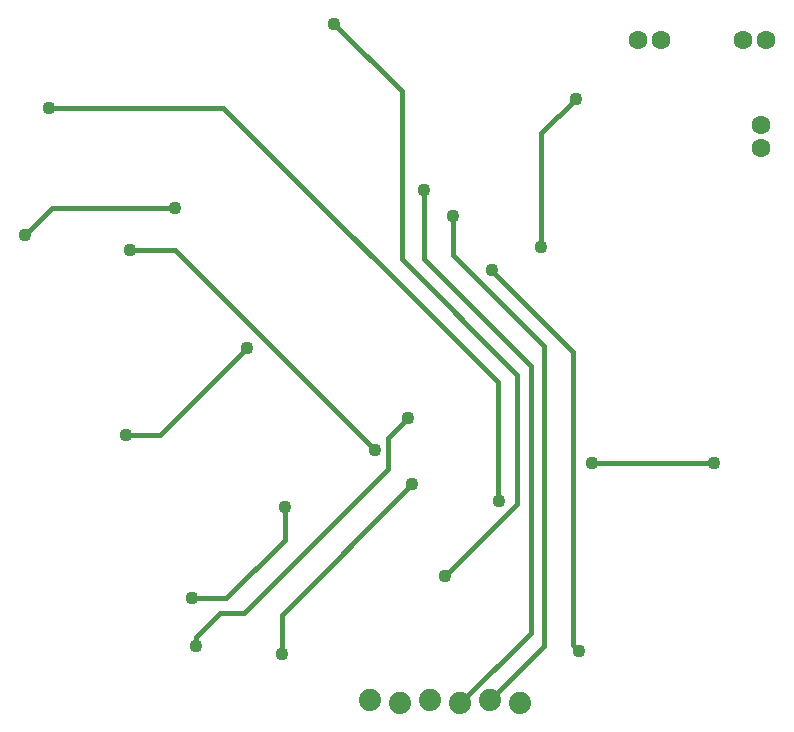
<source format=gbl>
G75*
%MOIN*%
%OFA0B0*%
%FSLAX25Y25*%
%IPPOS*%
%LPD*%
%AMOC8*
5,1,8,0,0,1.08239X$1,22.5*
%
%ADD10C,0.06299*%
%ADD11C,0.07400*%
%ADD12C,0.04362*%
%ADD13C,0.01600*%
D10*
X0357287Y0291685D03*
X0357287Y0299559D03*
X0359059Y0327787D03*
X0351185Y0327787D03*
X0324059Y0327787D03*
X0316185Y0327787D03*
D11*
X0277122Y0106622D03*
X0267122Y0107622D03*
X0257122Y0106622D03*
X0247122Y0107622D03*
X0237122Y0106622D03*
X0227122Y0107622D03*
D12*
X0167622Y0141622D03*
X0169122Y0125622D03*
X0197622Y0123122D03*
X0198622Y0172122D03*
X0228622Y0191122D03*
X0239622Y0201622D03*
X0241122Y0179622D03*
X0270122Y0174122D03*
X0252122Y0149122D03*
X0296622Y0124122D03*
X0301122Y0186622D03*
X0341622Y0186622D03*
X0267622Y0251122D03*
X0284122Y0258622D03*
X0254622Y0269122D03*
X0245122Y0277622D03*
X0295622Y0308122D03*
X0215122Y0333122D03*
X0162122Y0271622D03*
X0147122Y0257622D03*
X0112122Y0262622D03*
X0120122Y0305122D03*
X0186122Y0225122D03*
X0145622Y0196122D03*
D13*
X0157122Y0196122D01*
X0186122Y0225122D01*
X0162122Y0257622D02*
X0228622Y0191122D01*
X0233122Y0195122D02*
X0239622Y0201622D01*
X0233122Y0195122D02*
X0233122Y0184622D01*
X0185122Y0136622D01*
X0177122Y0136622D01*
X0169122Y0128622D01*
X0169122Y0125622D01*
X0167622Y0141622D02*
X0179122Y0141622D01*
X0198622Y0161122D01*
X0198622Y0172122D01*
X0197622Y0136122D02*
X0241122Y0179622D01*
X0269622Y0174622D02*
X0270122Y0174122D01*
X0269622Y0174622D02*
X0269622Y0213622D01*
X0178122Y0305122D01*
X0120122Y0305122D01*
X0121122Y0271622D02*
X0112122Y0262622D01*
X0121122Y0271622D02*
X0162122Y0271622D01*
X0162122Y0257622D02*
X0147122Y0257622D01*
X0215122Y0333122D02*
X0237622Y0310622D01*
X0237622Y0254622D01*
X0276122Y0216122D01*
X0276122Y0173122D01*
X0252122Y0149122D01*
X0280622Y0130122D02*
X0257122Y0106622D01*
X0267122Y0107622D02*
X0285122Y0125622D01*
X0285122Y0225622D01*
X0254622Y0256122D01*
X0254622Y0269122D01*
X0245122Y0277622D02*
X0245122Y0254622D01*
X0280622Y0219122D01*
X0280622Y0130122D01*
X0294622Y0126122D02*
X0296622Y0124122D01*
X0294622Y0126122D02*
X0294622Y0223622D01*
X0267622Y0250622D01*
X0267622Y0251122D01*
X0284122Y0258622D02*
X0284122Y0296622D01*
X0295622Y0308122D01*
X0301122Y0186622D02*
X0341622Y0186622D01*
X0197622Y0136122D02*
X0197622Y0123122D01*
M02*

</source>
